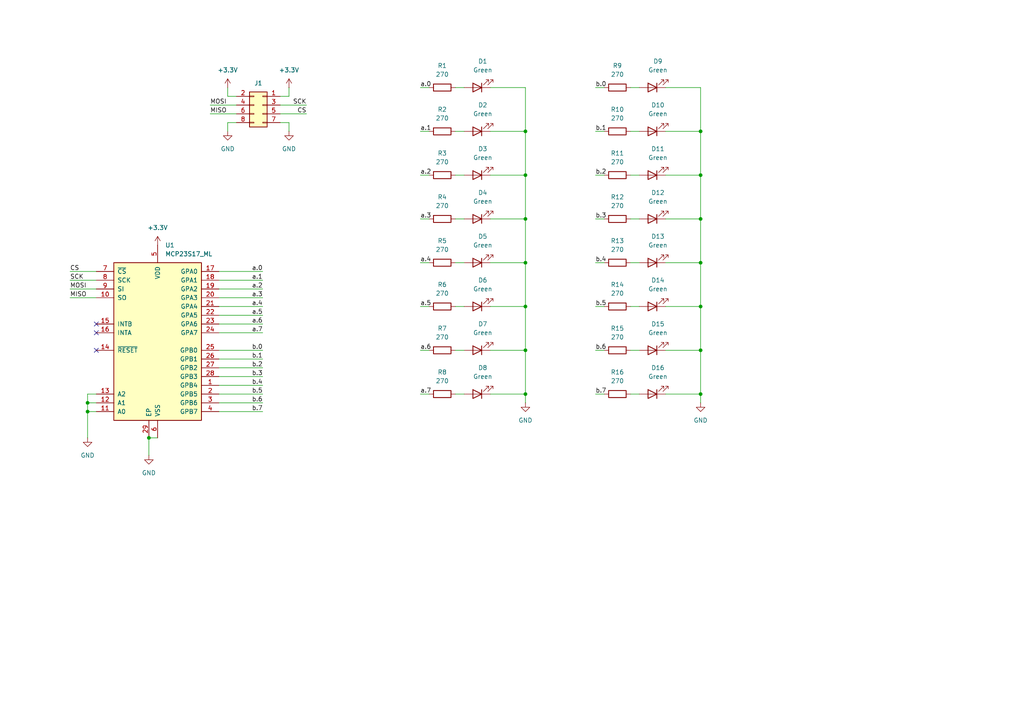
<source format=kicad_sch>
(kicad_sch (version 20231120) (generator "eeschema") (generator_version "8.0")
  (paper "A4")
  (title_block (title "${article} v${version}"))
  (lib_symbols
    (symbol "LED_green_1206_reverse_1" (pin_numbers hide) (pin_names (offset 1.016) hide)
      (property "Reference" "D" (at 0 2.54 0))
      (property "Value" "Green" (at 0 -2.54 0))
      (symbol "LED_green_1206_reverse_1_0_1"
        (polyline (pts (xy -1.27 -1.27) (xy -1.27 1.27)) (stroke (width 0.254)))
        (polyline (pts (xy -1.27 0) (xy 1.27 0)))
        (polyline (pts (xy 1.27 -1.27) (xy 1.27 1.27) (xy -1.27 0) (xy 1.27 -1.27)) (stroke (width 0.254)))
        (polyline (pts (xy -3.048 -0.762) (xy -4.572 -2.286) (xy -3.81 -2.286) (xy -4.572 -2.286) (xy -4.572 -1.524)))
        (polyline (pts (xy -1.778 -0.762) (xy -3.302 -2.286) (xy -2.54 -2.286) (xy -3.302 -2.286) (xy -3.302 -1.524)))
      )
      (symbol "LED_green_1206_reverse_1_1_1"
        (pin passive line (at -3.81 0 0) (length 2.54) (name "K") (number "1"))
        (pin passive line (at 3.81 0 180) (length 2.54) (name "A") (number "2"))
      )
    )
    (symbol "LED_green_1206_reverse_2" (pin_numbers hide) (pin_names (offset 1.016) hide)
      (property "Reference" "D" (at 0 2.54 0))
      (property "Value" "Green" (at 0 -2.54 0))
      (symbol "LED_green_1206_reverse_2_0_1"
        (polyline (pts (xy -1.27 -1.27) (xy -1.27 1.27)) (stroke (width 0.254)))
        (polyline (pts (xy -1.27 0) (xy 1.27 0)))
        (polyline (pts (xy 1.27 -1.27) (xy 1.27 1.27) (xy -1.27 0) (xy 1.27 -1.27)) (stroke (width 0.254)))
        (polyline (pts (xy -3.048 -0.762) (xy -4.572 -2.286) (xy -3.81 -2.286) (xy -4.572 -2.286) (xy -4.572 -1.524)))
        (polyline (pts (xy -1.778 -0.762) (xy -3.302 -2.286) (xy -2.54 -2.286) (xy -3.302 -2.286) (xy -3.302 -1.524)))
      )
      (symbol "LED_green_1206_reverse_2_1_1"
        (pin passive line (at -3.81 0 0) (length 2.54) (name "K") (number "1"))
        (pin passive line (at 3.81 0 180) (length 2.54) (name "A") (number "2"))
      )
    )
    (symbol "LED_green_1206_reverse_3" (pin_numbers hide) (pin_names (offset 1.016) hide)
      (property "Reference" "D" (at 0 2.54 0))
      (property "Value" "Green" (at 0 -2.54 0))
      (symbol "LED_green_1206_reverse_3_0_1"
        (polyline (pts (xy -1.27 -1.27) (xy -1.27 1.27)) (stroke (width 0.254)))
        (polyline (pts (xy -1.27 0) (xy 1.27 0)))
        (polyline (pts (xy 1.27 -1.27) (xy 1.27 1.27) (xy -1.27 0) (xy 1.27 -1.27)) (stroke (width 0.254)))
        (polyline (pts (xy -3.048 -0.762) (xy -4.572 -2.286) (xy -3.81 -2.286) (xy -4.572 -2.286) (xy -4.572 -1.524)))
        (polyline (pts (xy -1.778 -0.762) (xy -3.302 -2.286) (xy -2.54 -2.286) (xy -3.302 -2.286) (xy -3.302 -1.524)))
      )
      (symbol "LED_green_1206_reverse_3_1_1"
        (pin passive line (at -3.81 0 0) (length 2.54) (name "K") (number "1"))
        (pin passive line (at 3.81 0 180) (length 2.54) (name "A") (number "2"))
      )
    )
    (symbol "LED_green_1206_reverse_4" (pin_numbers hide) (pin_names (offset 1.016) hide)
      (property "Reference" "D" (at 0 2.54 0))
      (property "Value" "Green" (at 0 -2.54 0))
      (symbol "LED_green_1206_reverse_4_0_1"
        (polyline (pts (xy -1.27 -1.27) (xy -1.27 1.27)) (stroke (width 0.254)))
        (polyline (pts (xy -1.27 0) (xy 1.27 0)))
        (polyline (pts (xy 1.27 -1.27) (xy 1.27 1.27) (xy -1.27 0) (xy 1.27 -1.27)) (stroke (width 0.254)))
        (polyline (pts (xy -3.048 -0.762) (xy -4.572 -2.286) (xy -3.81 -2.286) (xy -4.572 -2.286) (xy -4.572 -1.524)))
        (polyline (pts (xy -1.778 -0.762) (xy -3.302 -2.286) (xy -2.54 -2.286) (xy -3.302 -2.286) (xy -3.302 -1.524)))
      )
      (symbol "LED_green_1206_reverse_4_1_1"
        (pin passive line (at -3.81 0 0) (length 2.54) (name "K") (number "1"))
        (pin passive line (at 3.81 0 180) (length 2.54) (name "A") (number "2"))
      )
    )
    (symbol "LED_green_1206_reverse_5" (pin_numbers hide) (pin_names (offset 1.016) hide)
      (property "Reference" "D" (at 0 2.54 0))
      (property "Value" "Green" (at 0 -2.54 0))
      (symbol "LED_green_1206_reverse_5_0_1"
        (polyline (pts (xy -1.27 -1.27) (xy -1.27 1.27)) (stroke (width 0.254)))
        (polyline (pts (xy -1.27 0) (xy 1.27 0)))
        (polyline (pts (xy 1.27 -1.27) (xy 1.27 1.27) (xy -1.27 0) (xy 1.27 -1.27)) (stroke (width 0.254)))
        (polyline (pts (xy -3.048 -0.762) (xy -4.572 -2.286) (xy -3.81 -2.286) (xy -4.572 -2.286) (xy -4.572 -1.524)))
        (polyline (pts (xy -1.778 -0.762) (xy -3.302 -2.286) (xy -2.54 -2.286) (xy -3.302 -2.286) (xy -3.302 -1.524)))
      )
      (symbol "LED_green_1206_reverse_5_1_1"
        (pin passive line (at -3.81 0 0) (length 2.54) (name "K") (number "1"))
        (pin passive line (at 3.81 0 180) (length 2.54) (name "A") (number "2"))
      )
    )
    (symbol "LED_green_1206_reverse_6" (pin_numbers hide) (pin_names (offset 1.016) hide)
      (property "Reference" "D" (at 0 2.54 0))
      (property "Value" "Green" (at 0 -2.54 0))
      (symbol "LED_green_1206_reverse_6_0_1"
        (polyline (pts (xy -1.27 -1.27) (xy -1.27 1.27)) (stroke (width 0.254)))
        (polyline (pts (xy -1.27 0) (xy 1.27 0)))
        (polyline (pts (xy 1.27 -1.27) (xy 1.27 1.27) (xy -1.27 0) (xy 1.27 -1.27)) (stroke (width 0.254)))
        (polyline (pts (xy -3.048 -0.762) (xy -4.572 -2.286) (xy -3.81 -2.286) (xy -4.572 -2.286) (xy -4.572 -1.524)))
        (polyline (pts (xy -1.778 -0.762) (xy -3.302 -2.286) (xy -2.54 -2.286) (xy -3.302 -2.286) (xy -3.302 -1.524)))
      )
      (symbol "LED_green_1206_reverse_6_1_1"
        (pin passive line (at -3.81 0 0) (length 2.54) (name "K") (number "1"))
        (pin passive line (at 3.81 0 180) (length 2.54) (name "A") (number "2"))
      )
    )
    (symbol "LED_green_1206_reverse_7" (pin_numbers hide) (pin_names (offset 1.016) hide)
      (property "Reference" "D" (at 0 2.54 0))
      (property "Value" "Green" (at 0 -2.54 0))
      (symbol "LED_green_1206_reverse_7_0_1"
        (polyline (pts (xy -1.27 -1.27) (xy -1.27 1.27)) (stroke (width 0.254)))
        (polyline (pts (xy -1.27 0) (xy 1.27 0)))
        (polyline (pts (xy 1.27 -1.27) (xy 1.27 1.27) (xy -1.27 0) (xy 1.27 -1.27)) (stroke (width 0.254)))
        (polyline (pts (xy -3.048 -0.762) (xy -4.572 -2.286) (xy -3.81 -2.286) (xy -4.572 -2.286) (xy -4.572 -1.524)))
        (polyline (pts (xy -1.778 -0.762) (xy -3.302 -2.286) (xy -2.54 -2.286) (xy -3.302 -2.286) (xy -3.302 -1.524)))
      )
      (symbol "LED_green_1206_reverse_7_1_1"
        (pin passive line (at -3.81 0 0) (length 2.54) (name "K") (number "1"))
        (pin passive line (at 3.81 0 180) (length 2.54) (name "A") (number "2"))
      )
    )
    (symbol "LED_green_1206_reverse_8" (pin_numbers hide) (pin_names (offset 1.016) hide)
      (property "Reference" "D" (at 0 2.54 0))
      (property "Value" "Green" (at 0 -2.54 0))
      (symbol "LED_green_1206_reverse_8_0_1"
        (polyline (pts (xy -1.27 -1.27) (xy -1.27 1.27)) (stroke (width 0.254)))
        (polyline (pts (xy -1.27 0) (xy 1.27 0)))
        (polyline (pts (xy 1.27 -1.27) (xy 1.27 1.27) (xy -1.27 0) (xy 1.27 -1.27)) (stroke (width 0.254)))
        (polyline (pts (xy -3.048 -0.762) (xy -4.572 -2.286) (xy -3.81 -2.286) (xy -4.572 -2.286) (xy -4.572 -1.524)))
        (polyline (pts (xy -1.778 -0.762) (xy -3.302 -2.286) (xy -2.54 -2.286) (xy -3.302 -2.286) (xy -3.302 -1.524)))
      )
      (symbol "LED_green_1206_reverse_8_1_1"
        (pin passive line (at -3.81 0 0) (length 2.54) (name "K") (number "1"))
        (pin passive line (at 3.81 0 180) (length 2.54) (name "A") (number "2"))
      )
    )
    (symbol "kicad_inventree_lib:LED_green_1206_reverse" (pin_numbers hide) (pin_names (offset 1.016) hide)
      (property "Reference" "D" (at 0 2.54 0))
      (property "Value" "Green" (at 0 -2.54 0))
      (symbol "LED_green_1206_reverse_0_1"
        (polyline (pts (xy -1.27 -1.27) (xy -1.27 1.27)) (stroke (width 0.254)))
        (polyline (pts (xy -1.27 0) (xy 1.27 0)))
        (polyline (pts (xy 1.27 -1.27) (xy 1.27 1.27) (xy -1.27 0) (xy 1.27 -1.27)) (stroke (width 0.254)))
        (polyline (pts (xy -3.048 -0.762) (xy -4.572 -2.286) (xy -3.81 -2.286) (xy -4.572 -2.286) (xy -4.572 -1.524)))
        (polyline (pts (xy -1.778 -0.762) (xy -3.302 -2.286) (xy -2.54 -2.286) (xy -3.302 -2.286) (xy -3.302 -1.524)))
      )
      (symbol "LED_green_1206_reverse_1_1"
        (pin passive line (at -3.81 0 0) (length 2.54) (name "K") (number "1"))
        (pin passive line (at 3.81 0 180) (length 2.54) (name "A") (number "2"))
      )
    )
    (symbol "kicad_inventree_lib:MCP23S17_ML" (pin_names (offset 1.016))
      (property "Reference" "U" (at -11.43 24.13 0))
      (property "Value" "MCP23S17_ML" (at 0 0 0))
      (symbol "MCP23S17_ML_0_1"
        (rectangle (start -12.7 22.86) (end 12.7 -22.86) (stroke (width 0.254)) (fill (type background)))
      )
      (symbol "MCP23S17_ML_1_1"
        (pin bidirectional line (at 17.78 -12.7 180) (length 5.08) (name "GPB4") (number "1"))
        (pin output line (at -17.78 12.7 0) (length 5.08) (name "SO") (number "10"))
        (pin input line (at -17.78 -20.32 0) (length 5.08) (name "A0") (number "11"))
        (pin input line (at -17.78 -17.78 0) (length 5.08) (name "A1") (number "12"))
        (pin input line (at -17.78 -15.24 0) (length 5.08) (name "A2") (number "13"))
        (pin input line (at -17.78 -2.54 0) (length 5.08) (name "~{RESET}") (number "14"))
        (pin tri_state line (at -17.78 5.08 0) (length 5.08) (name "INTB") (number "15"))
        (pin tri_state line (at -17.78 2.54 0) (length 5.08) (name "INTA") (number "16"))
        (pin bidirectional line (at 17.78 20.32 180) (length 5.08) (name "GPA0") (number "17"))
        (pin bidirectional line (at 17.78 17.78 180) (length 5.08) (name "GPA1") (number "18"))
        (pin bidirectional line (at 17.78 15.24 180) (length 5.08) (name "GPA2") (number "19"))
        (pin bidirectional line (at 17.78 -15.24 180) (length 5.08) (name "GPB5") (number "2"))
        (pin bidirectional line (at 17.78 12.7 180) (length 5.08) (name "GPA3") (number "20"))
        (pin bidirectional line (at 17.78 10.16 180) (length 5.08) (name "GPA4") (number "21"))
        (pin bidirectional line (at 17.78 7.62 180) (length 5.08) (name "GPA5") (number "22"))
        (pin bidirectional line (at 17.78 5.08 180) (length 5.08) (name "GPA6") (number "23"))
        (pin bidirectional line (at 17.78 2.54 180) (length 5.08) (name "GPA7") (number "24"))
        (pin bidirectional line (at 17.78 -2.54 180) (length 5.08) (name "GPB0") (number "25"))
        (pin bidirectional line (at 17.78 -5.08 180) (length 5.08) (name "GPB1") (number "26"))
        (pin bidirectional line (at 17.78 -7.62 180) (length 5.08) (name "GPB2") (number "27"))
        (pin bidirectional line (at 17.78 -10.16 180) (length 5.08) (name "GPB3") (number "28"))
        (pin passive line (at -2.54 -27.94 90) (length 5.08) (name "EP") (number "29"))
        (pin bidirectional line (at 17.78 -17.78 180) (length 5.08) (name "GPB6") (number "3"))
        (pin bidirectional line (at 17.78 -20.32 180) (length 5.08) (name "GPB7") (number "4"))
        (pin power_in line (at 0 27.94 270) (length 5.08) (name "VDD") (number "5"))
        (pin power_in line (at 0 -27.94 90) (length 5.08) (name "VSS") (number "6"))
        (pin input line (at -17.78 20.32 0) (length 5.08) (name "~{CS}") (number "7"))
        (pin input line (at -17.78 17.78 0) (length 5.08) (name "SCK") (number "8"))
        (pin input line (at -17.78 15.24 0) (length 5.08) (name "SI") (number "9"))
      )
    )
    (symbol "kicad_inventree_lib:PinHeader_02x04_P2.54_THT_angle" (pin_names (offset 1.016) hide)
      (property "Reference" "J" (at 1.27 5.08 0))
      (property "Value" "PinHeader_02x04_P2.54_THT_angle" (at 1.27 -7.62 0))
      (symbol "PinHeader_02x04_P2.54_THT_angle_1_1"
        (rectangle (start -1.27 -4.953) (end 0 -5.207) (stroke (width 0.1524)))
        (rectangle (start -1.27 -2.413) (end 0 -2.667) (stroke (width 0.1524)))
        (rectangle (start -1.27 0.127) (end 0 -0.127) (stroke (width 0.1524)))
        (rectangle (start -1.27 2.667) (end 0 2.413) (stroke (width 0.1524)))
        (rectangle (start -1.27 3.81) (end 3.81 -6.35) (stroke (width 0.254)) (fill (type background)))
        (rectangle (start 3.81 -4.953) (end 2.54 -5.207) (stroke (width 0.1524)))
        (rectangle (start 3.81 -2.413) (end 2.54 -2.667) (stroke (width 0.1524)))
        (rectangle (start 3.81 0.127) (end 2.54 -0.127) (stroke (width 0.1524)))
        (rectangle (start 3.81 2.667) (end 2.54 2.413) (stroke (width 0.1524)))
        (pin passive line (at -5.08 2.54 0) (length 3.81) (name "Pin_1") (number "1"))
        (pin passive line (at 7.62 2.54 180) (length 3.81) (name "Pin_2") (number "2"))
        (pin passive line (at -5.08 0 0) (length 3.81) (name "Pin_3") (number "3"))
        (pin passive line (at 7.62 0 180) (length 3.81) (name "Pin_4") (number "4"))
        (pin passive line (at -5.08 -2.54 0) (length 3.81) (name "Pin_5") (number "5"))
        (pin passive line (at 7.62 -2.54 180) (length 3.81) (name "Pin_6") (number "6"))
        (pin passive line (at -5.08 -5.08 0) (length 3.81) (name "Pin_7") (number "7"))
        (pin passive line (at 7.62 -5.08 180) (length 3.81) (name "Pin_8") (number "8"))
      )
    )
    (symbol "kicad_inventree_lib:R_270_1206_1%" (pin_numbers hide) (pin_names (offset 0))
      (property "Reference" "R" (at 2.032 0 90))
      (property "Value" "270" (at 0 0 90))
      (symbol "R_270_1206_1%_0_1"
        (rectangle (start -1.016 -2.54) (end 1.016 2.54) (stroke (width 0.254)))
      )
      (symbol "R_270_1206_1%_1_1"
        (pin passive line (at 0 3.81 270) (length 1.27) (name "~") (number "1"))
        (pin passive line (at 0 -3.81 90) (length 1.27) (name "~") (number "2"))
      )
    )
    (symbol "power:+3.3V" (power) (pin_numbers hide) (pin_names (offset 0) hide)
      (property "Value" "+3.3V" (at 0 3.556 0))
      (symbol "+3.3V_0_1"
        (polyline (pts (xy -0.762 1.27) (xy 0 2.54)))
        (polyline (pts (xy 0 0) (xy 0 2.54)))
        (polyline (pts (xy 0 2.54) (xy 0.762 1.27)))
      )
      (symbol "+3.3V_1_1"
        (pin power_in line (at 0 0 90) (length 0) (name "~") (number "1"))
      )
    )
    (symbol "power:GND" (power) (pin_numbers hide) (pin_names (offset 0) hide)
      (property "Value" "GND" (at 0 -3.81 0))
      (symbol "GND_0_1"
        (polyline (pts (xy 0 0) (xy 0 -1.27) (xy 1.27 -1.27) (xy 0 -2.54) (xy -1.27 -1.27) (xy 0 -1.27)))
      )
      (symbol "GND_1_1"
        (pin power_in line (at 0 0 270) (length 0) (name "~") (number "1"))
      )
    )
  )
  (junction (at 203.2 88.9))
  (junction (at 203.2 114.3))
  (junction (at 25.4 119.38))
  (junction (at 203.2 38.1))
  (junction (at 152.4 50.8))
  (junction (at 203.2 76.2))
  (junction (at 203.2 101.6))
  (junction (at 152.4 38.1))
  (junction (at 152.4 63.5))
  (junction (at 203.2 50.8))
  (junction (at 43.18 127))
  (junction (at 152.4 101.6))
  (junction (at 152.4 76.2))
  (junction (at 152.4 114.3))
  (junction (at 25.4 116.84))
  (junction (at 203.2 63.5))
  (junction (at 152.4 88.9))
  (no_connect (at 27.94 96.52))
  (no_connect (at 27.94 93.98))
  (no_connect (at 27.94 101.6))
  (wire (pts (xy 25.4 119.38) (xy 27.94 119.38)))
  (wire (pts (xy 25.4 116.84) (xy 25.4 119.38)))
  (wire (pts (xy 63.5 96.52) (xy 76.2 96.52)))
  (wire (pts (xy 43.18 127) (xy 43.18 132.08)))
  (wire (pts (xy 142.24 63.5) (xy 152.4 63.5)))
  (wire (pts (xy 152.4 101.6) (xy 152.4 114.3)))
  (wire (pts (xy 43.18 127) (xy 45.72 127)))
  (wire (pts (xy 203.2 114.3) (xy 203.2 116.84)))
  (wire (pts (xy 152.4 76.2) (xy 152.4 88.9)))
  (wire (pts (xy 20.32 78.74) (xy 27.94 78.74)))
  (wire (pts (xy 172.72 114.3) (xy 175.26 114.3)))
  (wire (pts (xy 63.5 111.76) (xy 76.2 111.76)))
  (wire (pts (xy 121.92 76.2) (xy 124.46 76.2)))
  (wire (pts (xy 172.72 88.9) (xy 175.26 88.9)))
  (wire (pts (xy 203.2 63.5) (xy 203.2 76.2)))
  (wire (pts (xy 132.08 25.4) (xy 134.62 25.4)))
  (wire (pts (xy 63.5 91.44) (xy 76.2 91.44)))
  (wire (pts (xy 63.5 114.3) (xy 76.2 114.3)))
  (wire (pts (xy 68.58 30.48) (xy 60.96 30.48)))
  (wire (pts (xy 121.92 50.8) (xy 124.46 50.8)))
  (wire (pts (xy 193.04 76.2) (xy 203.2 76.2)))
  (wire (pts (xy 132.08 63.5) (xy 134.62 63.5)))
  (wire (pts (xy 203.2 76.2) (xy 203.2 88.9)))
  (wire (pts (xy 142.24 101.6) (xy 152.4 101.6)))
  (wire (pts (xy 172.72 63.5) (xy 175.26 63.5)))
  (wire (pts (xy 63.5 109.22) (xy 76.2 109.22)))
  (wire (pts (xy 203.2 25.4) (xy 203.2 38.1)))
  (wire (pts (xy 63.5 78.74) (xy 76.2 78.74)))
  (wire (pts (xy 121.92 38.1) (xy 124.46 38.1)))
  (wire (pts (xy 172.72 50.8) (xy 175.26 50.8)))
  (wire (pts (xy 68.58 27.94) (xy 66.04 27.94)))
  (wire (pts (xy 172.72 101.6) (xy 175.26 101.6)))
  (wire (pts (xy 121.92 101.6) (xy 124.46 101.6)))
  (wire (pts (xy 182.88 88.9) (xy 185.42 88.9)))
  (wire (pts (xy 172.72 38.1) (xy 175.26 38.1)))
  (wire (pts (xy 203.2 38.1) (xy 203.2 50.8)))
  (wire (pts (xy 132.08 101.6) (xy 134.62 101.6)))
  (wire (pts (xy 20.32 86.36) (xy 27.94 86.36)))
  (wire (pts (xy 25.4 114.3) (xy 25.4 116.84)))
  (wire (pts (xy 193.04 114.3) (xy 203.2 114.3)))
  (wire (pts (xy 132.08 38.1) (xy 134.62 38.1)))
  (wire (pts (xy 142.24 114.3) (xy 152.4 114.3)))
  (wire (pts (xy 63.5 119.38) (xy 76.2 119.38)))
  (wire (pts (xy 172.72 76.2) (xy 175.26 76.2)))
  (wire (pts (xy 152.4 114.3) (xy 152.4 116.84)))
  (wire (pts (xy 121.92 63.5) (xy 124.46 63.5)))
  (wire (pts (xy 83.82 27.94) (xy 81.28 27.94)))
  (wire (pts (xy 142.24 76.2) (xy 152.4 76.2)))
  (wire (pts (xy 152.4 88.9) (xy 152.4 101.6)))
  (wire (pts (xy 60.96 33.02) (xy 68.58 33.02)))
  (wire (pts (xy 66.04 35.56) (xy 66.04 38.1)))
  (wire (pts (xy 152.4 25.4) (xy 152.4 38.1)))
  (wire (pts (xy 81.28 33.02) (xy 88.9 33.02)))
  (wire (pts (xy 121.92 25.4) (xy 124.46 25.4)))
  (wire (pts (xy 83.82 25.4) (xy 83.82 27.94)))
  (wire (pts (xy 20.32 83.82) (xy 27.94 83.82)))
  (wire (pts (xy 142.24 50.8) (xy 152.4 50.8)))
  (wire (pts (xy 193.04 38.1) (xy 203.2 38.1)))
  (wire (pts (xy 152.4 38.1) (xy 152.4 50.8)))
  (wire (pts (xy 182.88 114.3) (xy 185.42 114.3)))
  (wire (pts (xy 182.88 76.2) (xy 185.42 76.2)))
  (wire (pts (xy 132.08 76.2) (xy 134.62 76.2)))
  (wire (pts (xy 193.04 63.5) (xy 203.2 63.5)))
  (wire (pts (xy 182.88 63.5) (xy 185.42 63.5)))
  (wire (pts (xy 182.88 50.8) (xy 185.42 50.8)))
  (wire (pts (xy 132.08 50.8) (xy 134.62 50.8)))
  (wire (pts (xy 132.08 114.3) (xy 134.62 114.3)))
  (wire (pts (xy 63.5 86.36) (xy 76.2 86.36)))
  (wire (pts (xy 152.4 63.5) (xy 152.4 76.2)))
  (wire (pts (xy 152.4 50.8) (xy 152.4 63.5)))
  (wire (pts (xy 193.04 25.4) (xy 203.2 25.4)))
  (wire (pts (xy 121.92 88.9) (xy 124.46 88.9)))
  (wire (pts (xy 172.72 25.4) (xy 175.26 25.4)))
  (wire (pts (xy 63.5 116.84) (xy 76.2 116.84)))
  (wire (pts (xy 63.5 101.6) (xy 76.2 101.6)))
  (wire (pts (xy 193.04 101.6) (xy 203.2 101.6)))
  (wire (pts (xy 182.88 38.1) (xy 185.42 38.1)))
  (wire (pts (xy 25.4 127) (xy 25.4 119.38)))
  (wire (pts (xy 20.32 81.28) (xy 27.94 81.28)))
  (wire (pts (xy 142.24 25.4) (xy 152.4 25.4)))
  (wire (pts (xy 83.82 35.56) (xy 81.28 35.56)))
  (wire (pts (xy 83.82 38.1) (xy 83.82 35.56)))
  (wire (pts (xy 203.2 88.9) (xy 203.2 101.6)))
  (wire (pts (xy 203.2 101.6) (xy 203.2 114.3)))
  (wire (pts (xy 63.5 83.82) (xy 76.2 83.82)))
  (wire (pts (xy 63.5 106.68) (xy 76.2 106.68)))
  (wire (pts (xy 81.28 30.48) (xy 88.9 30.48)))
  (wire (pts (xy 132.08 88.9) (xy 134.62 88.9)))
  (wire (pts (xy 68.58 35.56) (xy 66.04 35.56)))
  (wire (pts (xy 182.88 101.6) (xy 185.42 101.6)))
  (wire (pts (xy 63.5 93.98) (xy 76.2 93.98)))
  (wire (pts (xy 63.5 81.28) (xy 76.2 81.28)))
  (wire (pts (xy 142.24 88.9) (xy 152.4 88.9)))
  (wire (pts (xy 66.04 27.94) (xy 66.04 25.4)))
  (wire (pts (xy 182.88 25.4) (xy 185.42 25.4)))
  (wire (pts (xy 121.92 114.3) (xy 124.46 114.3)))
  (wire (pts (xy 63.5 104.14) (xy 76.2 104.14)))
  (wire (pts (xy 63.5 88.9) (xy 76.2 88.9)))
  (wire (pts (xy 27.94 114.3) (xy 25.4 114.3)))
  (wire (pts (xy 193.04 88.9) (xy 203.2 88.9)))
  (wire (pts (xy 203.2 50.8) (xy 203.2 63.5)))
  (wire (pts (xy 142.24 38.1) (xy 152.4 38.1)))
  (wire (pts (xy 193.04 50.8) (xy 203.2 50.8)))
  (wire (pts (xy 27.94 116.84) (xy 25.4 116.84)))
  (label "a.4" (at 76.2 88.9 180))
  (label "b.4" (at 76.2 111.76 180))
  (label "MISO" (at 60.96 33.02 0))
  (label "CS" (at 20.32 78.74 0))
  (label "a.7" (at 121.92 114.3 0))
  (label "b.6" (at 76.2 116.84 180))
  (label "a.1" (at 76.2 81.28 180))
  (label "b.5" (at 76.2 114.3 180))
  (label "a.7" (at 76.2 96.52 180))
  (label "a.5" (at 76.2 91.44 180))
  (label "b.0" (at 172.72 25.4 0))
  (label "b.5" (at 172.72 88.9 0))
  (label "b.3" (at 76.2 109.22 180))
  (label "a.0" (at 76.2 78.74 180))
  (label "a.2" (at 121.92 50.8 0))
  (label "b.7" (at 172.72 114.3 0))
  (label "a.4" (at 121.92 76.2 0))
  (label "SCK" (at 20.32 81.28 0))
  (label "a.3" (at 121.92 63.5 0))
  (label "b.7" (at 76.2 119.38 180))
  (label "CS" (at 88.9 33.02 180))
  (label "MISO" (at 20.32 86.36 0))
  (label "b.1" (at 76.2 104.14 180))
  (label "b.6" (at 172.72 101.6 0))
  (label "b.1" (at 172.72 38.1 0))
  (label "a.5" (at 121.92 88.9 0))
  (label "a.6" (at 76.2 93.98 180))
  (label "a.6" (at 121.92 101.6 0))
  (label "b.3" (at 172.72 63.5 0))
  (label "a.3" (at 76.2 86.36 180))
  (label "b.2" (at 172.72 50.8 0))
  (label "a.0" (at 121.92 25.4 0))
  (label "b.4" (at 172.72 76.2 0))
  (label "b.2" (at 76.2 106.68 180))
  (label "MOSI" (at 20.32 83.82 0))
  (label "a.1" (at 121.92 38.1 0))
  (label "a.2" (at 76.2 83.82 180))
  (label "MOSI" (at 60.96 30.48 0))
  (label "b.0" (at 76.2 101.6 180))
  (label "SCK" (at 88.9 30.48 180))
  (symbol (lib_name "LED_green_1206_reverse_1") (lib_id "kicad_inventree_lib:LED_green_1206_reverse") (at 189.23 101.6 180) (unit 1)
    (property "Reference" "D15" (at 190.8175 93.98 0))
    (property "Value" "Green" (at 190.8175 96.52 0))
    (property "Footprint" "kicad_inventree_lib:LED_1206_3216Metric_ReverseMount_Hole1.8x2.4mm" (effects (hide yes)))
    (property "Datasheet" "http://inventree.network/part/129/" (effects (hide yes)))
    (property "Description" "Light emitting diode" (effects (hide yes)))
    (property "part_ipn" "LED_green_1206_reverse" (effects (hide yes)))
  )
  (symbol (lib_id "kicad_inventree_lib:R_270_1206_1%") (at 179.07 76.2 90) (unit 1)
    (property "Reference" "R13" (at 179.07 69.85 90))
    (property "Value" "270" (at 179.07 72.39 90))
    (property "Footprint" "Resistor_SMD:R_1206_3216Metric_Pad1.30x1.75mm_HandSolder" (effects (hide yes)))
    (property "Datasheet" "https://www.hqonline.com/product-detail/chip-resistors-fojan-frc2512f1101ts-2500371841" (effects (hide yes)))
    (property "Description" "Resistor" (effects (hide yes)))
    (property "NextPCB_price" "0.00289" (effects (hide yes)))
    (property "NextPCB_url" "https://www.hqonline.com/product-detail/chip-resistors-ralec-rtt062700ftp-2500346938" (effects (hide yes)))
    (property "part_ipn" "R_270_1206_1%" (effects (hide yes)))
  )
  (symbol (lib_id "power:GND") (at 203.2 116.84 0) (unit 1)
    (property "Reference" "#PWR04" (effects (hide yes)))
    (property "Value" "GND" (at 203.2 121.92 0))
    (property "Description" "Power symbol creates a global label with name \"GND\" , ground" (effects (hide yes)))
  )
  (symbol (lib_id "kicad_inventree_lib:R_270_1206_1%") (at 128.27 101.6 90) (unit 1)
    (property "Reference" "R7" (at 128.27 95.25 90))
    (property "Value" "270" (at 128.27 97.79 90))
    (property "Footprint" "Resistor_SMD:R_1206_3216Metric_Pad1.30x1.75mm_HandSolder" (effects (hide yes)))
    (property "Datasheet" "https://www.hqonline.com/product-detail/chip-resistors-fojan-frc2512f1101ts-2500371841" (effects (hide yes)))
    (property "Description" "Resistor" (effects (hide yes)))
    (property "NextPCB_price" "0.00289" (effects (hide yes)))
    (property "NextPCB_url" "https://www.hqonline.com/product-detail/chip-resistors-ralec-rtt062700ftp-2500346938" (effects (hide yes)))
    (property "part_ipn" "R_270_1206_1%" (effects (hide yes)))
  )
  (symbol (lib_id "kicad_inventree_lib:LED_green_1206_reverse") (at 138.43 114.3 180) (unit 1)
    (property "Reference" "D8" (at 140.0175 106.68 0))
    (property "Value" "Green" (at 140.0175 109.22 0))
    (property "Footprint" "kicad_inventree_lib:LED_1206_3216Metric_ReverseMount_Hole1.8x2.4mm" (effects (hide yes)))
    (property "Datasheet" "http://inventree.network/part/129/" (effects (hide yes)))
    (property "Description" "Light emitting diode" (effects (hide yes)))
    (property "part_ipn" "LED_green_1206_reverse" (effects (hide yes)))
  )
  (symbol (lib_id "power:GND") (at 43.18 132.08 0) (unit 1)
    (property "Reference" "#PWR06" (effects (hide yes)))
    (property "Value" "GND" (at 43.18 137.16 0))
    (property "Description" "Power symbol creates a global label with name \"GND\" , ground" (effects (hide yes)))
  )
  (symbol (lib_id "kicad_inventree_lib:R_270_1206_1%") (at 128.27 38.1 90) (unit 1)
    (property "Reference" "R2" (at 128.27 31.75 90))
    (property "Value" "270" (at 128.27 34.29 90))
    (property "Footprint" "Resistor_SMD:R_1206_3216Metric_Pad1.30x1.75mm_HandSolder" (effects (hide yes)))
    (property "Datasheet" "https://www.hqonline.com/product-detail/chip-resistors-fojan-frc2512f1101ts-2500371841" (effects (hide yes)))
    (property "Description" "Resistor" (effects (hide yes)))
    (property "NextPCB_price" "0.00289" (effects (hide yes)))
    (property "NextPCB_url" "https://www.hqonline.com/product-detail/chip-resistors-ralec-rtt062700ftp-2500346938" (effects (hide yes)))
    (property "part_ipn" "R_270_1206_1%" (effects (hide yes)))
  )
  (symbol (lib_id "kicad_inventree_lib:R_270_1206_1%") (at 128.27 50.8 90) (unit 1)
    (property "Reference" "R3" (at 128.27 44.45 90))
    (property "Value" "270" (at 128.27 46.99 90))
    (property "Footprint" "Resistor_SMD:R_1206_3216Metric_Pad1.30x1.75mm_HandSolder" (effects (hide yes)))
    (property "Datasheet" "https://www.hqonline.com/product-detail/chip-resistors-fojan-frc2512f1101ts-2500371841" (effects (hide yes)))
    (property "Description" "Resistor" (effects (hide yes)))
    (property "NextPCB_price" "0.00289" (effects (hide yes)))
    (property "NextPCB_url" "https://www.hqonline.com/product-detail/chip-resistors-ralec-rtt062700ftp-2500346938" (effects (hide yes)))
    (property "part_ipn" "R_270_1206_1%" (effects (hide yes)))
  )
  (symbol (lib_id "power:GND") (at 25.4 127 0) (unit 1)
    (property "Reference" "#PWR07" (effects (hide yes)))
    (property "Value" "GND" (at 25.4 132.08 0))
    (property "Description" "Power symbol creates a global label with name \"GND\" , ground" (effects (hide yes)))
  )
  (symbol (lib_id "kicad_inventree_lib:R_270_1206_1%") (at 128.27 76.2 90) (unit 1)
    (property "Reference" "R5" (at 128.27 69.85 90))
    (property "Value" "270" (at 128.27 72.39 90))
    (property "Footprint" "Resistor_SMD:R_1206_3216Metric_Pad1.30x1.75mm_HandSolder" (effects (hide yes)))
    (property "Datasheet" "https://www.hqonline.com/product-detail/chip-resistors-fojan-frc2512f1101ts-2500371841" (effects (hide yes)))
    (property "Description" "Resistor" (effects (hide yes)))
    (property "NextPCB_price" "0.00289" (effects (hide yes)))
    (property "NextPCB_url" "https://www.hqonline.com/product-detail/chip-resistors-ralec-rtt062700ftp-2500346938" (effects (hide yes)))
    (property "part_ipn" "R_270_1206_1%" (effects (hide yes)))
  )
  (symbol (lib_id "kicad_inventree_lib:R_270_1206_1%") (at 179.07 114.3 90) (unit 1)
    (property "Reference" "R16" (at 179.07 107.95 90))
    (property "Value" "270" (at 179.07 110.49 90))
    (property "Footprint" "Resistor_SMD:R_1206_3216Metric_Pad1.30x1.75mm_HandSolder" (effects (hide yes)))
    (property "Datasheet" "https://www.hqonline.com/product-detail/chip-resistors-fojan-frc2512f1101ts-2500371841" (effects (hide yes)))
    (property "Description" "Resistor" (effects (hide yes)))
    (property "NextPCB_price" "0.00289" (effects (hide yes)))
    (property "NextPCB_url" "https://www.hqonline.com/product-detail/chip-resistors-ralec-rtt062700ftp-2500346938" (effects (hide yes)))
    (property "part_ipn" "R_270_1206_1%" (effects (hide yes)))
  )
  (symbol (lib_id "power:GND") (at 66.04 38.1 0) (unit 1)
    (property "Reference" "#PWR02" (effects (hide yes)))
    (property "Value" "GND" (at 66.04 43.18 0))
    (property "Description" "Power symbol creates a global label with name \"GND\" , ground" (effects (hide yes)))
  )
  (symbol (lib_id "kicad_inventree_lib:R_270_1206_1%") (at 179.07 25.4 90) (unit 1)
    (property "Reference" "R9" (at 179.07 19.05 90))
    (property "Value" "270" (at 179.07 21.59 90))
    (property "Footprint" "Resistor_SMD:R_1206_3216Metric_Pad1.30x1.75mm_HandSolder" (effects (hide yes)))
    (property "Datasheet" "https://www.hqonline.com/product-detail/chip-resistors-fojan-frc2512f1101ts-2500371841" (effects (hide yes)))
    (property "Description" "Resistor" (effects (hide yes)))
    (property "NextPCB_price" "0.00289" (effects (hide yes)))
    (property "NextPCB_url" "https://www.hqonline.com/product-detail/chip-resistors-ralec-rtt062700ftp-2500346938" (effects (hide yes)))
    (property "part_ipn" "R_270_1206_1%" (effects (hide yes)))
  )
  (symbol (lib_id "power:GND") (at 83.82 38.1 0) (unit 1)
    (property "Reference" "#PWR05" (effects (hide yes)))
    (property "Value" "GND" (at 83.82 43.18 0))
    (property "Description" "Power symbol creates a global label with name \"GND\" , ground" (effects (hide yes)))
  )
  (symbol (lib_id "kicad_inventree_lib:R_270_1206_1%") (at 128.27 63.5 90) (unit 1)
    (property "Reference" "R4" (at 128.27 57.15 90))
    (property "Value" "270" (at 128.27 59.69 90))
    (property "Footprint" "Resistor_SMD:R_1206_3216Metric_Pad1.30x1.75mm_HandSolder" (effects (hide yes)))
    (property "Datasheet" "https://www.hqonline.com/product-detail/chip-resistors-fojan-frc2512f1101ts-2500371841" (effects (hide yes)))
    (property "Description" "Resistor" (effects (hide yes)))
    (property "NextPCB_price" "0.00289" (effects (hide yes)))
    (property "NextPCB_url" "https://www.hqonline.com/product-detail/chip-resistors-ralec-rtt062700ftp-2500346938" (effects (hide yes)))
    (property "part_ipn" "R_270_1206_1%" (effects (hide yes)))
  )
  (symbol (lib_id "kicad_inventree_lib:LED_green_1206_reverse") (at 138.43 88.9 180) (unit 1)
    (property "Reference" "D6" (at 140.0175 81.28 0))
    (property "Value" "Green" (at 140.0175 83.82 0))
    (property "Footprint" "kicad_inventree_lib:LED_1206_3216Metric_ReverseMount_Hole1.8x2.4mm" (effects (hide yes)))
    (property "Datasheet" "http://inventree.network/part/129/" (effects (hide yes)))
    (property "Description" "Light emitting diode" (effects (hide yes)))
    (property "part_ipn" "LED_green_1206_reverse" (effects (hide yes)))
  )
  (symbol (lib_id "kicad_inventree_lib:LED_green_1206_reverse") (at 138.43 50.8 180) (unit 1)
    (property "Reference" "D3" (at 140.0175 43.18 0))
    (property "Value" "Green" (at 140.0175 45.72 0))
    (property "Footprint" "kicad_inventree_lib:LED_1206_3216Metric_ReverseMount_Hole1.8x2.4mm" (effects (hide yes)))
    (property "Datasheet" "http://inventree.network/part/129/" (effects (hide yes)))
    (property "Description" "Light emitting diode" (effects (hide yes)))
    (property "part_ipn" "LED_green_1206_reverse" (effects (hide yes)))
  )
  (symbol (lib_id "power:+3.3V") (at 83.82 25.4 0) (unit 1)
    (property "Reference" "#PWR09" (effects (hide yes)))
    (property "Value" "+3.3V" (at 83.82 20.32 0))
    (property "Description" "Power symbol creates a global label with name \"+3.3V\"" (effects (hide yes)))
  )
  (symbol (lib_name "LED_green_1206_reverse_5") (lib_id "kicad_inventree_lib:LED_green_1206_reverse") (at 189.23 76.2 180) (unit 1)
    (property "Reference" "D13" (at 190.8175 68.58 0))
    (property "Value" "Green" (at 190.8175 71.12 0))
    (property "Footprint" "kicad_inventree_lib:LED_1206_3216Metric_ReverseMount_Hole1.8x2.4mm" (effects (hide yes)))
    (property "Datasheet" "http://inventree.network/part/129/" (effects (hide yes)))
    (property "Description" "Light emitting diode" (effects (hide yes)))
    (property "part_ipn" "LED_green_1206_reverse" (effects (hide yes)))
  )
  (symbol (lib_id "power:+3.3V") (at 66.04 25.4 0) (unit 1)
    (property "Reference" "#PWR01" (effects (hide yes)))
    (property "Value" "+3.3V" (at 66.04 20.32 0))
    (property "Description" "Power symbol creates a global label with name \"+3.3V\"" (effects (hide yes)))
  )
  (symbol (lib_name "LED_green_1206_reverse_2") (lib_id "kicad_inventree_lib:LED_green_1206_reverse") (at 189.23 38.1 180) (unit 1)
    (property "Reference" "D10" (at 190.8175 30.48 0))
    (property "Value" "Green" (at 190.8175 33.02 0))
    (property "Footprint" "kicad_inventree_lib:LED_1206_3216Metric_ReverseMount_Hole1.8x2.4mm" (effects (hide yes)))
    (property "Datasheet" "http://inventree.network/part/129/" (effects (hide yes)))
    (property "Description" "Light emitting diode" (effects (hide yes)))
    (property "part_ipn" "LED_green_1206_reverse" (effects (hide yes)))
  )
  (symbol (lib_name "LED_green_1206_reverse_7") (lib_id "kicad_inventree_lib:LED_green_1206_reverse") (at 189.23 50.8 180) (unit 1)
    (property "Reference" "D11" (at 190.8175 43.18 0))
    (property "Value" "Green" (at 190.8175 45.72 0))
    (property "Footprint" "kicad_inventree_lib:LED_1206_3216Metric_ReverseMount_Hole1.8x2.4mm" (effects (hide yes)))
    (property "Datasheet" "http://inventree.network/part/129/" (effects (hide yes)))
    (property "Description" "Light emitting diode" (effects (hide yes)))
    (property "part_ipn" "LED_green_1206_reverse" (effects (hide yes)))
  )
  (symbol (lib_id "kicad_inventree_lib:LED_green_1206_reverse") (at 138.43 63.5 180) (unit 1)
    (property "Reference" "D4" (at 140.0175 55.88 0))
    (property "Value" "Green" (at 140.0175 58.42 0))
    (property "Footprint" "kicad_inventree_lib:LED_1206_3216Metric_ReverseMount_Hole1.8x2.4mm" (effects (hide yes)))
    (property "Datasheet" "http://inventree.network/part/129/" (effects (hide yes)))
    (property "Description" "Light emitting diode" (effects (hide yes)))
    (property "part_ipn" "LED_green_1206_reverse" (effects (hide yes)))
  )
  (symbol (lib_id "kicad_inventree_lib:R_270_1206_1%") (at 179.07 38.1 90) (unit 1)
    (property "Reference" "R10" (at 179.07 31.75 90))
    (property "Value" "270" (at 179.07 34.29 90))
    (property "Footprint" "Resistor_SMD:R_1206_3216Metric_Pad1.30x1.75mm_HandSolder" (effects (hide yes)))
    (property "Datasheet" "https://www.hqonline.com/product-detail/chip-resistors-fojan-frc2512f1101ts-2500371841" (effects (hide yes)))
    (property "Description" "Resistor" (effects (hide yes)))
    (property "NextPCB_price" "0.00289" (effects (hide yes)))
    (property "NextPCB_url" "https://www.hqonline.com/product-detail/chip-resistors-ralec-rtt062700ftp-2500346938" (effects (hide yes)))
    (property "part_ipn" "R_270_1206_1%" (effects (hide yes)))
  )
  (symbol (lib_name "LED_green_1206_reverse_3") (lib_id "kicad_inventree_lib:LED_green_1206_reverse") (at 189.23 25.4 180) (unit 1)
    (property "Reference" "D9" (at 190.8175 17.78 0))
    (property "Value" "Green" (at 190.8175 20.32 0))
    (property "Footprint" "kicad_inventree_lib:LED_1206_3216Metric_ReverseMount_Hole1.8x2.4mm" (effects (hide yes)))
    (property "Datasheet" "http://inventree.network/part/129/" (effects (hide yes)))
    (property "Description" "Light emitting diode" (effects (hide yes)))
    (property "part_ipn" "LED_green_1206_reverse" (effects (hide yes)))
  )
  (symbol (lib_id "kicad_inventree_lib:R_270_1206_1%") (at 128.27 114.3 90) (unit 1)
    (property "Reference" "R8" (at 128.27 107.95 90))
    (property "Value" "270" (at 128.27 110.49 90))
    (property "Footprint" "Resistor_SMD:R_1206_3216Metric_Pad1.30x1.75mm_HandSolder" (effects (hide yes)))
    (property "Datasheet" "https://www.hqonline.com/product-detail/chip-resistors-fojan-frc2512f1101ts-2500371841" (effects (hide yes)))
    (property "Description" "Resistor" (effects (hide yes)))
    (property "NextPCB_price" "0.00289" (effects (hide yes)))
    (property "NextPCB_url" "https://www.hqonline.com/product-detail/chip-resistors-ralec-rtt062700ftp-2500346938" (effects (hide yes)))
    (property "part_ipn" "R_270_1206_1%" (effects (hide yes)))
  )
  (symbol (lib_id "kicad_inventree_lib:PinHeader_02x04_P2.54_THT_angle") (at 76.2 30.48 0) (mirror y) (unit 1)
    (property "Reference" "J1" (at 74.93 24.13 0))
    (property "Value" "PinHeader_02x04_P2.54_THT_angle" (effects (hide yes)))
    (property "Footprint" "Connector_PinHeader_2.54mm:PinHeader_2x04_P2.54mm_Horizontal" (effects (hide yes)))
    (property "Datasheet" "http://inventree.network/part/128/" (effects (hide yes)))
    (property "Description" "Generic connector, double row, 02x04, odd/even pin numbering scheme (row 1 odd numbers, row 2 even numbers), script generated (kicad-library-utils/schlib/autogen/connector/)" (effects (hide yes)))
    (property "part_ipn" "PinHeader_02x04_P2.54_THT_angle" (effects (hide yes)))
  )
  (symbol (lib_id "kicad_inventree_lib:R_270_1206_1%") (at 179.07 63.5 90) (unit 1)
    (property "Reference" "R12" (at 179.07 57.15 90))
    (property "Value" "270" (at 179.07 59.69 90))
    (property "Footprint" "Resistor_SMD:R_1206_3216Metric_Pad1.30x1.75mm_HandSolder" (effects (hide yes)))
    (property "Datasheet" "https://www.hqonline.com/product-detail/chip-resistors-fojan-frc2512f1101ts-2500371841" (effects (hide yes)))
    (property "Description" "Resistor" (effects (hide yes)))
    (property "NextPCB_price" "0.00289" (effects (hide yes)))
    (property "NextPCB_url" "https://www.hqonline.com/product-detail/chip-resistors-ralec-rtt062700ftp-2500346938" (effects (hide yes)))
    (property "part_ipn" "R_270_1206_1%" (effects (hide yes)))
  )
  (symbol (lib_name "LED_green_1206_reverse_6") (lib_id "kicad_inventree_lib:LED_green_1206_reverse") (at 189.23 88.9 180) (unit 1)
    (property "Reference" "D14" (at 190.8175 81.28 0))
    (property "Value" "Green" (at 190.8175 83.82 0))
    (property "Footprint" "kicad_inventree_lib:LED_1206_3216Metric_ReverseMount_Hole1.8x2.4mm" (effects (hide yes)))
    (property "Datasheet" "http://inventree.network/part/129/" (effects (hide yes)))
    (property "Description" "Light emitting diode" (effects (hide yes)))
    (property "part_ipn" "LED_green_1206_reverse" (effects (hide yes)))
  )
  (symbol (lib_name "LED_green_1206_reverse_4") (lib_id "kicad_inventree_lib:LED_green_1206_reverse") (at 189.23 63.5 180) (unit 1)
    (property "Reference" "D12" (at 190.8175 55.88 0))
    (property "Value" "Green" (at 190.8175 58.42 0))
    (property "Footprint" "kicad_inventree_lib:LED_1206_3216Metric_ReverseMount_Hole1.8x2.4mm" (effects (hide yes)))
    (property "Datasheet" "http://inventree.network/part/129/" (effects (hide yes)))
    (property "Description" "Light emitting diode" (effects (hide yes)))
    (property "part_ipn" "LED_green_1206_reverse" (effects (hide yes)))
  )
  (symbol (lib_id "kicad_inventree_lib:LED_green_1206_reverse") (at 138.43 38.1 180) (unit 1)
    (property "Reference" "D2" (at 140.0175 30.48 0))
    (property "Value" "Green" (at 140.0175 33.02 0))
    (property "Footprint" "kicad_inventree_lib:LED_1206_3216Metric_ReverseMount_Hole1.8x2.4mm" (effects (hide yes)))
    (property "Datasheet" "http://inventree.network/part/129/" (effects (hide yes)))
    (property "Description" "Light emitting diode" (effects (hide yes)))
    (property "part_ipn" "LED_green_1206_reverse" (effects (hide yes)))
  )
  (symbol (lib_id "kicad_inventree_lib:R_270_1206_1%") (at 128.27 25.4 90) (unit 1)
    (property "Reference" "R1" (at 128.27 19.05 90))
    (property "Value" "270" (at 128.27 21.59 90))
    (property "Footprint" "Resistor_SMD:R_1206_3216Metric_Pad1.30x1.75mm_HandSolder" (effects (hide yes)))
    (property "Datasheet" "https://www.hqonline.com/product-detail/chip-resistors-fojan-frc2512f1101ts-2500371841" (effects (hide yes)))
    (property "Description" "Resistor" (effects (hide yes)))
    (property "NextPCB_price" "0.00289" (effects (hide yes)))
    (property "NextPCB_url" "https://www.hqonline.com/product-detail/chip-resistors-ralec-rtt062700ftp-2500346938" (effects (hide yes)))
    (property "part_ipn" "R_270_1206_1%" (effects (hide yes)))
  )
  (symbol (lib_id "kicad_inventree_lib:R_270_1206_1%") (at 179.07 50.8 90) (unit 1)
    (property "Reference" "R11" (at 179.07 44.45 90))
    (property "Value" "270" (at 179.07 46.99 90))
    (property "Footprint" "Resistor_SMD:R_1206_3216Metric_Pad1.30x1.75mm_HandSolder" (effects (hide yes)))
    (property "Datasheet" "https://www.hqonline.com/product-detail/chip-resistors-fojan-frc2512f1101ts-2500371841" (effects (hide yes)))
    (property "Description" "Resistor" (effects (hide yes)))
    (property "NextPCB_price" "0.00289" (effects (hide yes)))
    (property "NextPCB_url" "https://www.hqonline.com/product-detail/chip-resistors-ralec-rtt062700ftp-2500346938" (effects (hide yes)))
    (property "part_ipn" "R_270_1206_1%" (effects (hide yes)))
  )
  (symbol (lib_id "kicad_inventree_lib:R_270_1206_1%") (at 128.27 88.9 90) (unit 1)
    (property "Reference" "R6" (at 128.27 82.55 90))
    (property "Value" "270" (at 128.27 85.09 90))
    (property "Footprint" "Resistor_SMD:R_1206_3216Metric_Pad1.30x1.75mm_HandSolder" (effects (hide yes)))
    (property "Datasheet" "https://www.hqonline.com/product-detail/chip-resistors-fojan-frc2512f1101ts-2500371841" (effects (hide yes)))
    (property "Description" "Resistor" (effects (hide yes)))
    (property "NextPCB_price" "0.00289" (effects (hide yes)))
    (property "NextPCB_url" "https://www.hqonline.com/product-detail/chip-resistors-ralec-rtt062700ftp-2500346938" (effects (hide yes)))
    (property "part_ipn" "R_270_1206_1%" (effects (hide yes)))
  )
  (symbol (lib_id "kicad_inventree_lib:MCP23S17_ML") (at 45.72 99.06 0) (unit 1)
    (property "Reference" "U1" (at 47.9141 71.12 0) (effects (justify left)))
    (property "Value" "MCP23S17_ML" (at 47.9141 73.66 0) (effects (justify left)))
    (property "Footprint" "Package_DFN_QFN:QFN-28-1EP_6x6mm_P0.65mm_EP4.25x4.25mm" (effects (hide yes)))
    (property "Datasheet" "http://inventree.network/part/106/" (effects (hide yes)))
    (property "Description" "16-bit I/O expander, SPI, interrupts, w pull-ups, QFN-28" (effects (hide yes)))
    (property "part_ipn" "MCP23S17-E/ML" (effects (hide yes)))
  )
  (symbol (lib_id "kicad_inventree_lib:LED_green_1206_reverse") (at 138.43 76.2 180) (unit 1)
    (property "Reference" "D5" (at 140.0175 68.58 0))
    (property "Value" "Green" (at 140.0175 71.12 0))
    (property "Footprint" "kicad_inventree_lib:LED_1206_3216Metric_ReverseMount_Hole1.8x2.4mm" (effects (hide yes)))
    (property "Datasheet" "http://inventree.network/part/129/" (effects (hide yes)))
    (property "Description" "Light emitting diode" (effects (hide yes)))
    (property "part_ipn" "LED_green_1206_reverse" (effects (hide yes)))
  )
  (symbol (lib_id "kicad_inventree_lib:LED_green_1206_reverse") (at 138.43 101.6 180) (unit 1)
    (property "Reference" "D7" (at 140.0175 93.98 0))
    (property "Value" "Green" (at 140.0175 96.52 0))
    (property "Footprint" "kicad_inventree_lib:LED_1206_3216Metric_ReverseMount_Hole1.8x2.4mm" (effects (hide yes)))
    (property "Datasheet" "http://inventree.network/part/129/" (effects (hide yes)))
    (property "Description" "Light emitting diode" (effects (hide yes)))
    (property "part_ipn" "LED_green_1206_reverse" (effects (hide yes)))
  )
  (symbol (lib_id "power:+3.3V") (at 45.72 71.12 0) (unit 1)
    (property "Reference" "#PWR08" (effects (hide yes)))
    (property "Value" "+3.3V" (at 45.72 66.04 0))
    (property "Description" "Power symbol creates a global label with name \"+3.3V\"" (effects (hide yes)))
  )
  (symbol (lib_id "power:GND") (at 152.4 116.84 0) (unit 1)
    (property "Reference" "#PWR03" (effects (hide yes)))
    (property "Value" "GND" (at 152.4 121.92 0))
    (property "Description" "Power symbol creates a global label with name \"GND\" , ground" (effects (hide yes)))
  )
  (symbol (lib_id "kicad_inventree_lib:R_270_1206_1%") (at 179.07 88.9 90) (unit 1)
    (property "Reference" "R14" (at 179.07 82.55 90))
    (property "Value" "270" (at 179.07 85.09 90))
    (property "Footprint" "Resistor_SMD:R_1206_3216Metric_Pad1.30x1.75mm_HandSolder" (effects (hide yes)))
    (property "Datasheet" "https://www.hqonline.com/product-detail/chip-resistors-fojan-frc2512f1101ts-2500371841" (effects (hide yes)))
    (property "Description" "Resistor" (effects (hide yes)))
    (property "NextPCB_price" "0.00289" (effects (hide yes)))
    (property "NextPCB_url" "https://www.hqonline.com/product-detail/chip-resistors-ralec-rtt062700ftp-2500346938" (effects (hide yes)))
    (property "part_ipn" "R_270_1206_1%" (effects (hide yes)))
  )
  (symbol (lib_id "kicad_inventree_lib:LED_green_1206_reverse") (at 138.43 25.4 180) (unit 1)
    (property "Reference" "D1" (at 140.0175 17.78 0))
    (property "Value" "Green" (at 140.0175 20.32 0))
    (property "Footprint" "kicad_inventree_lib:LED_1206_3216Metric_ReverseMount_Hole1.8x2.4mm" (effects (hide yes)))
    (property "Datasheet" "http://inventree.network/part/129/" (effects (hide yes)))
    (property "Description" "Light emitting diode" (effects (hide yes)))
    (property "part_ipn" "LED_green_1206_reverse" (effects (hide yes)))
  )
  (symbol (lib_name "LED_green_1206_reverse_8") (lib_id "kicad_inventree_lib:LED_green_1206_reverse") (at 189.23 114.3 180) (unit 1)
    (property "Reference" "D16" (at 190.8175 106.68 0))
    (property "Value" "Green" (at 190.8175 109.22 0))
    (property "Footprint" "kicad_inventree_lib:LED_1206_3216Metric_ReverseMount_Hole1.8x2.4mm" (effects (hide yes)))
    (property "Datasheet" "http://inventree.network/part/129/" (effects (hide yes)))
    (property "Description" "Light emitting diode" (effects (hide yes)))
    (property "part_ipn" "LED_green_1206_reverse" (effects (hide yes)))
  )
  (symbol (lib_id "kicad_inventree_lib:R_270_1206_1%") (at 179.07 101.6 90) (unit 1)
    (property "Reference" "R15" (at 179.07 95.25 90))
    (property "Value" "270" (at 179.07 97.79 90))
    (property "Footprint" "Resistor_SMD:R_1206_3216Metric_Pad1.30x1.75mm_HandSolder" (effects (hide yes)))
    (property "Datasheet" "https://www.hqonline.com/product-detail/chip-resistors-fojan-frc2512f1101ts-2500371841" (effects (hide yes)))
    (property "Description" "Resistor" (effects (hide yes)))
    (property "NextPCB_price" "0.00289" (effects (hide yes)))
    (property "NextPCB_url" "https://www.hqonline.com/product-detail/chip-resistors-ralec-rtt062700ftp-2500346938" (effects (hide yes)))
    (property "part_ipn" "R_270_1206_1%" (effects (hide yes)))
  )
)
</source>
